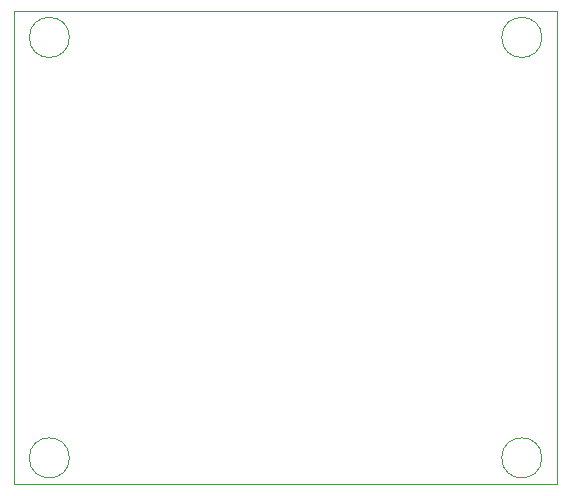
<source format=gbr>
%TF.GenerationSoftware,KiCad,Pcbnew,9.0.0*%
%TF.CreationDate,2025-03-06T01:46:26+08:00*%
%TF.ProjectId,HighDRMic_EVB,48696768-4452-44d6-9963-5f4556422e6b,rev?*%
%TF.SameCoordinates,Original*%
%TF.FileFunction,Profile,NP*%
%FSLAX46Y46*%
G04 Gerber Fmt 4.6, Leading zero omitted, Abs format (unit mm)*
G04 Created by KiCad (PCBNEW 9.0.0) date 2025-03-06 01:46:26*
%MOMM*%
%LPD*%
G01*
G04 APERTURE LIST*
%TA.AperFunction,Profile*%
%ADD10C,0.050000*%
%TD*%
G04 APERTURE END LIST*
D10*
X156700000Y-117800000D02*
G75*
G02*
X153300000Y-117800000I-1700000J0D01*
G01*
X153300000Y-117800000D02*
G75*
G02*
X156700000Y-117800000I1700000J0D01*
G01*
X196700000Y-82200000D02*
G75*
G02*
X193300000Y-82200000I-1700000J0D01*
G01*
X193300000Y-82200000D02*
G75*
G02*
X196700000Y-82200000I1700000J0D01*
G01*
X152000000Y-80000000D02*
X198000000Y-80000000D01*
X198000000Y-120000000D01*
X152000000Y-120000000D01*
X152000000Y-80000000D01*
X156700000Y-82200000D02*
G75*
G02*
X153300000Y-82200000I-1700000J0D01*
G01*
X153300000Y-82200000D02*
G75*
G02*
X156700000Y-82200000I1700000J0D01*
G01*
X196700000Y-117800000D02*
G75*
G02*
X193300000Y-117800000I-1700000J0D01*
G01*
X193300000Y-117800000D02*
G75*
G02*
X196700000Y-117800000I1700000J0D01*
G01*
M02*

</source>
